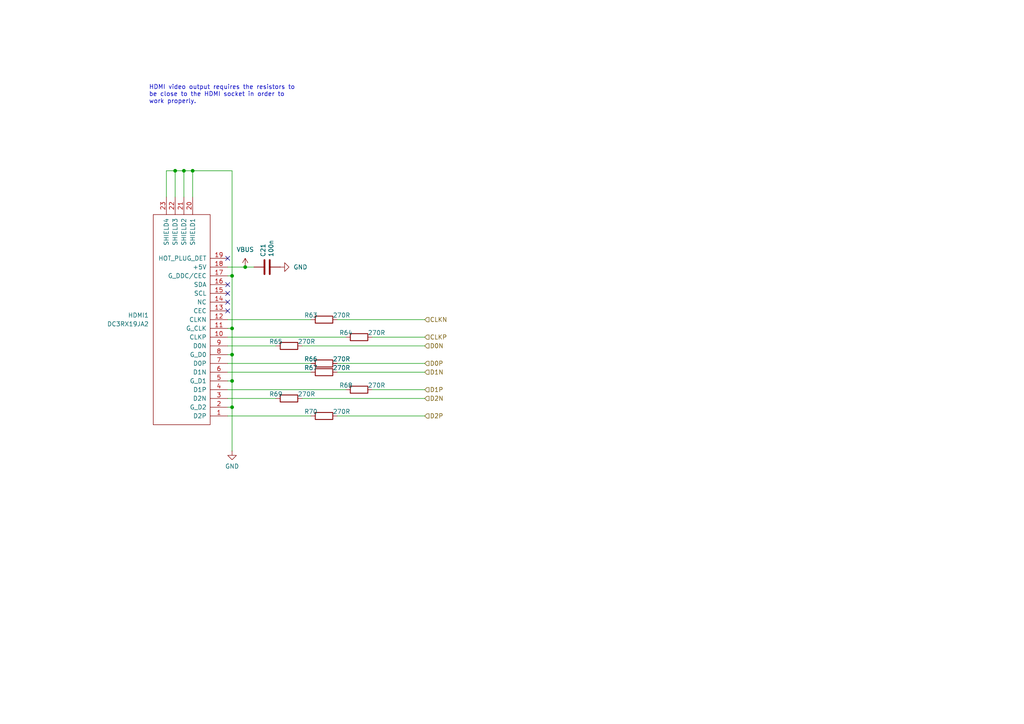
<source format=kicad_sch>
(kicad_sch (version 20231120) (generator "eeschema") (generator_version "8.0")
  (paper "A4")
  (title_block (title "TurboFRANK") (date "2025-01-29") (rev "1.0") (company "Mikhail Matveev") (comment 1 "https://github.com/xtremespb/frank"))
  (lib_symbols
    (symbol "Device:C" (pin_numbers hide) (pin_names (offset 0.254))
      (property "Reference" "C" (at 0.635 2.54 0))
      (property "Value" "C" (at 0.635 -2.54 0))
      (symbol "C_0_1"
        (polyline (pts (xy -2.032 -0.762) (xy 2.032 -0.762)) (stroke (width 0.508)))
        (polyline (pts (xy -2.032 0.762) (xy 2.032 0.762)) (stroke (width 0.508)))
      )
      (symbol "C_1_1"
        (pin passive line (at 0 3.81 270) (length 2.794) (name "~") (number "1"))
        (pin passive line (at 0 -3.81 90) (length 2.794) (name "~") (number "2"))
      )
    )
    (symbol "Device:R" (pin_numbers hide) (pin_names (offset 0))
      (property "Reference" "R" (at 2.032 0 90))
      (property "Value" "R" (at 0 0 90))
      (symbol "R_0_1"
        (rectangle (start -1.016 -2.54) (end 1.016 2.54) (stroke (width 0.254)))
      )
      (symbol "R_1_1"
        (pin passive line (at 0 3.81 270) (length 1.27) (name "~") (number "1"))
        (pin passive line (at 0 -3.81 90) (length 1.27) (name "~") (number "2"))
      )
    )
    (symbol "FRANK:HDMI" (pin_names (offset 1.016))
      (property "Reference" "HDMI1" (at 12.7 -16.5101 0))
      (property "Value" "HDMI" (at 12.7 -13.9701 0))
      (symbol "HDMI_0_1"
        (rectangle (start -5.08 15.24) (end 11.43 -45.72))
      )
      (symbol "HDMI_1_1"
        (pin input line (at -10.16 12.7 0) (length 5.08) (name "D2P") (number "1"))
        (pin input line (at -10.16 -10.16 0) (length 5.08) (name "CLKP") (number "10"))
        (pin input line (at -10.16 -12.7 0) (length 5.08) (name "G_CLK") (number "11"))
        (pin input line (at -10.16 -15.24 0) (length 5.08) (name "CLKN") (number "12"))
        (pin input line (at -10.16 -17.78 0) (length 5.08) (name "CEC") (number "13"))
        (pin input line (at -10.16 -20.32 0) (length 5.08) (name "NC") (number "14"))
        (pin input line (at -10.16 -22.86 0) (length 5.08) (name "SCL") (number "15"))
        (pin input line (at -10.16 -25.4 0) (length 5.08) (name "SDA") (number "16"))
        (pin input line (at -10.16 -27.94 0) (length 5.08) (name "G_DDC/CEC") (number "17"))
        (pin input line (at -10.16 -30.48 0) (length 5.08) (name "+5V") (number "18"))
        (pin input line (at -10.16 -33.02 0) (length 5.08) (name "HOT_PLUG_DET") (number "19"))
        (pin input line (at -10.16 10.16 0) (length 5.08) (name "G_D2") (number "2"))
        (pin input line (at 0 -50.8 90) (length 5.08) (name "SHIELD1") (number "20"))
        (pin input line (at 2.54 -50.8 90) (length 5.08) (name "SHIELD2") (number "21"))
        (pin input line (at 5.08 -50.8 90) (length 5.08) (name "SHIELD3") (number "22"))
        (pin input line (at 7.62 -50.8 90) (length 5.08) (name "SHIELD4") (number "23"))
        (pin input line (at -10.16 7.62 0) (length 5.08) (name "D2N") (number "3"))
        (pin input line (at -10.16 5.08 0) (length 5.08) (name "D1P") (number "4"))
        (pin input line (at -10.16 2.54 0) (length 5.08) (name "G_D1") (number "5"))
        (pin input line (at -10.16 0 0) (length 5.08) (name "D1N") (number "6"))
        (pin input line (at -10.16 -2.54 0) (length 5.08) (name "D0P") (number "7"))
        (pin input line (at -10.16 -5.08 0) (length 5.08) (name "G_D0") (number "8"))
        (pin input line (at -10.16 -7.62 0) (length 5.08) (name "D0N") (number "9"))
      )
    )
    (symbol "GND_1" (power) (pin_numbers hide) (pin_names (offset 0) hide)
      (property "Value" "GND" (at 0 -3.81 0))
      (symbol "GND_1_0_1"
        (polyline (pts (xy 0 0) (xy 0 -1.27) (xy 1.27 -1.27) (xy 0 -2.54) (xy -1.27 -1.27) (xy 0 -1.27)))
      )
      (symbol "GND_1_1_1"
        (pin power_in line (at 0 0 270) (length 0) (name "~") (number "1"))
      )
    )
    (symbol "power:GND" (power) (pin_numbers hide) (pin_names (offset 0) hide)
      (property "Value" "GND" (at 0 -3.81 0))
      (symbol "GND_0_1"
        (polyline (pts (xy 0 0) (xy 0 -1.27) (xy 1.27 -1.27) (xy 0 -2.54) (xy -1.27 -1.27) (xy 0 -1.27)))
      )
      (symbol "GND_1_1"
        (pin power_in line (at 0 0 270) (length 0) (name "~") (number "1"))
      )
    )
    (symbol "power:VBUS" (power) (pin_numbers hide) (pin_names (offset 0) hide)
      (property "Value" "VBUS" (at 0 3.556 0))
      (symbol "VBUS_0_1"
        (polyline (pts (xy -0.762 1.27) (xy 0 2.54)))
        (polyline (pts (xy 0 0) (xy 0 2.54)))
        (polyline (pts (xy 0 2.54) (xy 0.762 1.27)))
      )
      (symbol "VBUS_1_1"
        (pin power_in line (at 0 0 90) (length 0) (name "~") (number "1"))
      )
    )
  )
  (junction (at 71.12 77.47))
  (junction (at 67.31 110.49))
  (junction (at 50.8 49.53))
  (junction (at 67.31 80.01))
  (junction (at 67.31 95.25))
  (junction (at 67.31 118.11))
  (junction (at 55.88 49.53))
  (junction (at 67.31 102.87))
  (junction (at 53.34 49.53))
  (no_connect (at 66.04 90.17))
  (no_connect (at 66.04 85.09))
  (no_connect (at 66.04 87.63))
  (no_connect (at 66.04 74.93))
  (no_connect (at 66.04 82.55))
  (wire (pts (xy 66.04 95.25) (xy 67.31 95.25)))
  (wire (pts (xy 67.31 110.49) (xy 67.31 118.11)))
  (wire (pts (xy 66.04 105.41) (xy 90.17 105.41)))
  (wire (pts (xy 87.63 115.57) (xy 123.19 115.57)))
  (wire (pts (xy 66.04 120.65) (xy 90.17 120.65)))
  (wire (pts (xy 66.04 102.87) (xy 67.31 102.87)))
  (wire (pts (xy 67.31 49.53) (xy 55.88 49.53)))
  (wire (pts (xy 53.34 49.53) (xy 53.34 57.15)))
  (wire (pts (xy 87.63 100.33) (xy 123.19 100.33)))
  (wire (pts (xy 55.88 49.53) (xy 53.34 49.53)))
  (wire (pts (xy 107.95 113.03) (xy 123.19 113.03)))
  (wire (pts (xy 67.31 102.87) (xy 67.31 110.49)))
  (wire (pts (xy 67.31 95.25) (xy 67.31 102.87)))
  (wire (pts (xy 97.79 107.95) (xy 123.19 107.95)))
  (wire (pts (xy 50.8 49.53) (xy 50.8 57.15)))
  (wire (pts (xy 66.04 92.71) (xy 90.17 92.71)))
  (wire (pts (xy 66.04 77.47) (xy 71.12 77.47)))
  (wire (pts (xy 66.04 113.03) (xy 100.33 113.03)))
  (wire (pts (xy 66.04 118.11) (xy 67.31 118.11)))
  (wire (pts (xy 67.31 118.11) (xy 67.31 130.81)))
  (wire (pts (xy 97.79 92.71) (xy 123.19 92.71)))
  (wire (pts (xy 97.79 105.41) (xy 123.19 105.41)))
  (wire (pts (xy 67.31 95.25) (xy 67.31 80.01)))
  (wire (pts (xy 50.8 49.53) (xy 48.26 49.53)))
  (wire (pts (xy 66.04 110.49) (xy 67.31 110.49)))
  (wire (pts (xy 66.04 80.01) (xy 67.31 80.01)))
  (wire (pts (xy 66.04 97.79) (xy 100.33 97.79)))
  (wire (pts (xy 67.31 80.01) (xy 67.31 49.53)))
  (wire (pts (xy 71.12 77.47) (xy 73.66 77.47)))
  (wire (pts (xy 107.95 97.79) (xy 123.19 97.79)))
  (wire (pts (xy 66.04 115.57) (xy 80.01 115.57)))
  (wire (pts (xy 53.34 49.53) (xy 50.8 49.53)))
  (wire (pts (xy 66.04 107.95) (xy 90.17 107.95)))
  (wire (pts (xy 48.26 49.53) (xy 48.26 57.15)))
  (wire (pts (xy 55.88 49.53) (xy 55.88 57.15)))
  (wire (pts (xy 97.79 120.65) (xy 123.19 120.65)))
  (wire (pts (xy 66.04 100.33) (xy 80.01 100.33)))
  (text "HDMI video output requires the resistors to\nbe close to the HDMI socket in order to\nwork properly." (at 43.18 27.432 0) (effects (font (size 1.27 1.27)) (justify left)))
  (hierarchical_label "D2P" (shape input) (at 123.19 120.65 0))
  (hierarchical_label "CLKP" (shape input) (at 123.19 97.79 0))
  (hierarchical_label "D2N" (shape input) (at 123.19 115.57 0))
  (hierarchical_label "CLKN" (shape input) (at 123.19 92.71 0))
  (hierarchical_label "D0P" (shape input) (at 123.19 105.41 0))
  (hierarchical_label "D1P" (shape input) (at 123.19 113.03 0))
  (hierarchical_label "D0N" (shape input) (at 123.19 100.33 0))
  (hierarchical_label "D1N" (shape input) (at 123.19 107.95 0))
  (symbol (lib_id "Device:R") (at 93.98 105.41 90) (unit 1)
    (property "Reference" "R66" (at 90.17 104.14 90))
    (property "Value" "270R" (at 99.06 104.14 90))
    (property "Footprint" "FRANK:Resistor (0805)" (effects (hide yes)))
    (property "Datasheet" "https://www.vishay.com/docs/28952/mcs0402at-mct0603at-mcu0805at-mca1206at.pdf" (effects (hide yes)))
    (property "AliExpress" "https://www.aliexpress.com/item/1005005945735199.html" (effects (hide yes)))
  )
  (symbol (lib_id "Device:R") (at 104.14 113.03 90) (unit 1)
    (property "Reference" "R68" (at 100.33 111.76 90))
    (property "Value" "270R" (at 109.22 111.76 90))
    (property "Footprint" "FRANK:Resistor (0805)" (effects (hide yes)))
    (property "Datasheet" "https://www.vishay.com/docs/28952/mcs0402at-mct0603at-mcu0805at-mca1206at.pdf" (effects (hide yes)))
    (property "AliExpress" "https://www.aliexpress.com/item/1005005945735199.html" (effects (hide yes)))
  )
  (symbol (lib_id "Device:R") (at 93.98 92.71 90) (unit 1)
    (property "Reference" "R63" (at 90.17 91.44 90))
    (property "Value" "270R" (at 99.06 91.44 90))
    (property "Footprint" "FRANK:Resistor (0805)" (effects (hide yes)))
    (property "Datasheet" "https://www.vishay.com/docs/28952/mcs0402at-mct0603at-mcu0805at-mca1206at.pdf" (effects (hide yes)))
    (property "AliExpress" "https://www.aliexpress.com/item/1005005945735199.html" (effects (hide yes)))
  )
  (symbol (lib_id "power:VBUS") (at 71.12 77.47 0) (unit 1)
    (property "Reference" "#PWR069" (effects (hide yes)))
    (property "Value" "VBUS" (at 71.12 72.39 0))
    (property "Description" "Power symbol creates a global label with name \"VBUS\"" (effects (hide yes)))
  )
  (symbol (lib_id "Device:R") (at 93.98 107.95 90) (unit 1)
    (property "Reference" "R67" (at 90.17 106.68 90))
    (property "Value" "270R" (at 99.06 106.68 90))
    (property "Footprint" "FRANK:Resistor (0805)" (effects (hide yes)))
    (property "Datasheet" "https://www.vishay.com/docs/28952/mcs0402at-mct0603at-mcu0805at-mca1206at.pdf" (effects (hide yes)))
    (property "AliExpress" "https://www.aliexpress.com/item/1005005945735199.html" (effects (hide yes)))
  )
  (symbol (lib_id "Device:C") (at 77.47 77.47 90) (unit 1)
    (property "Reference" "C21" (at 76.3016 74.549 0) (effects (justify left)))
    (property "Value" "100n" (at 78.613 74.549 0) (effects (justify left)))
    (property "Footprint" "FRANK:Capacitor (0805)" (effects (hide yes)))
    (property "Datasheet" "https://eu.mouser.com/datasheet/2/40/KGM_X7R-3223212.pdf" (effects (hide yes)))
    (property "AliExpress" "https://www.aliexpress.com/item/33008008276.html" (effects (hide yes)))
  )
  (symbol (lib_id "Device:R") (at 83.82 100.33 90) (unit 1)
    (property "Reference" "R65" (at 80.01 99.06 90))
    (property "Value" "270R" (at 88.9 99.06 90))
    (property "Footprint" "FRANK:Resistor (0805)" (effects (hide yes)))
    (property "Datasheet" "https://www.vishay.com/docs/28952/mcs0402at-mct0603at-mcu0805at-mca1206at.pdf" (effects (hide yes)))
    (property "AliExpress" "https://www.aliexpress.com/item/1005005945735199.html" (effects (hide yes)))
  )
  (symbol (lib_id "power:GND") (at 67.31 130.81 0) (unit 1)
    (property "Reference" "#PWR071" (effects (hide yes)))
    (property "Value" "GND" (at 67.31 135.2534 0))
    (property "Description" "Power symbol creates a global label with name \"GND\" , ground" (effects (hide yes)))
  )
  (symbol (lib_name "GND_1") (lib_id "power:GND") (at 81.28 77.47 90) (unit 1)
    (property "Reference" "#PWR070" (effects (hide yes)))
    (property "Value" "GND" (at 85.09 77.4699 90) (effects (justify right)))
    (property "Description" "Power symbol creates a global label with name \"GND\" , ground" (effects (hide yes)))
  )
  (symbol (lib_id "Device:R") (at 104.14 97.79 90) (unit 1)
    (property "Reference" "R64" (at 100.33 96.52 90))
    (property "Value" "270R" (at 109.22 96.52 90))
    (property "Footprint" "FRANK:Resistor (0805)" (effects (hide yes)))
    (property "Datasheet" "https://www.vishay.com/docs/28952/mcs0402at-mct0603at-mcu0805at-mca1206at.pdf" (effects (hide yes)))
    (property "AliExpress" "https://www.aliexpress.com/item/1005005945735199.html" (effects (hide yes)))
  )
  (symbol (lib_id "FRANK:HDMI") (at 55.88 107.95 180) (unit 1)
    (property "Reference" "HDMI1" (at 43.18 91.4399 0) (effects (justify left)))
    (property "Value" "DC3RX19JA2" (at 43.18 93.9799 0) (effects (justify left)))
    (property "Footprint" "FRANK:HDMI (female)" (effects (hide yes)))
    (property "Datasheet" "https://www.mouser.com/datasheet/2/206/B_0233_2E_DC3-784461.pdf?srsltid=AfmBOopfNOwkdmYR2Zf10LYIa6wS_lfZGGRTVzb0297kvAyc-1zmhqWc" (effects (hide yes)))
    (property "AliExpress" "https://www.aliexpress.com/item/1005005248842433.html" (effects (hide yes)))
  )
  (symbol (lib_id "Device:R") (at 93.98 120.65 90) (unit 1)
    (property "Reference" "R70" (at 90.17 119.38 90))
    (property "Value" "270R" (at 99.06 119.38 90))
    (property "Footprint" "FRANK:Resistor (0805)" (effects (hide yes)))
    (property "Datasheet" "https://www.vishay.com/docs/28952/mcs0402at-mct0603at-mcu0805at-mca1206at.pdf" (effects (hide yes)))
    (property "AliExpress" "https://www.aliexpress.com/item/1005005945735199.html" (effects (hide yes)))
  )
  (symbol (lib_id "Device:R") (at 83.82 115.57 90) (unit 1)
    (property "Reference" "R69" (at 80.01 114.3 90))
    (property "Value" "270R" (at 88.9 114.3 90))
    (property "Footprint" "FRANK:Resistor (0805)" (effects (hide yes)))
    (property "Datasheet" "https://www.vishay.com/docs/28952/mcs0402at-mct0603at-mcu0805at-mca1206at.pdf" (effects (hide yes)))
    (property "AliExpress" "https://www.aliexpress.com/item/1005005945735199.html" (effects (hide yes)))
  )
)
</source>
